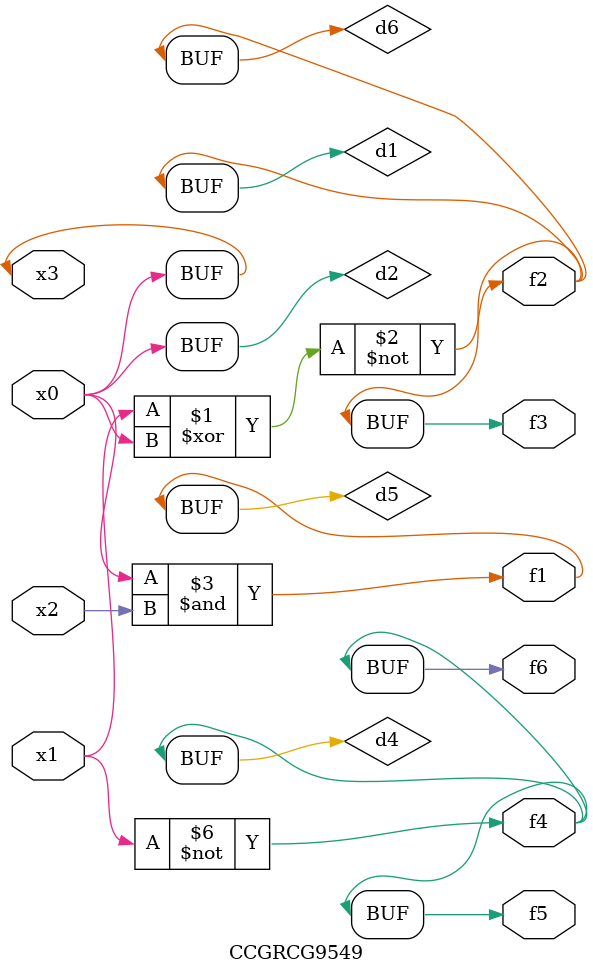
<source format=v>
module CCGRCG9549(
	input x0, x1, x2, x3,
	output f1, f2, f3, f4, f5, f6
);

	wire d1, d2, d3, d4, d5, d6;

	xnor (d1, x1, x3);
	buf (d2, x0, x3);
	nand (d3, x0, x2);
	not (d4, x1);
	nand (d5, d3);
	or (d6, d1);
	assign f1 = d5;
	assign f2 = d6;
	assign f3 = d6;
	assign f4 = d4;
	assign f5 = d4;
	assign f6 = d4;
endmodule

</source>
